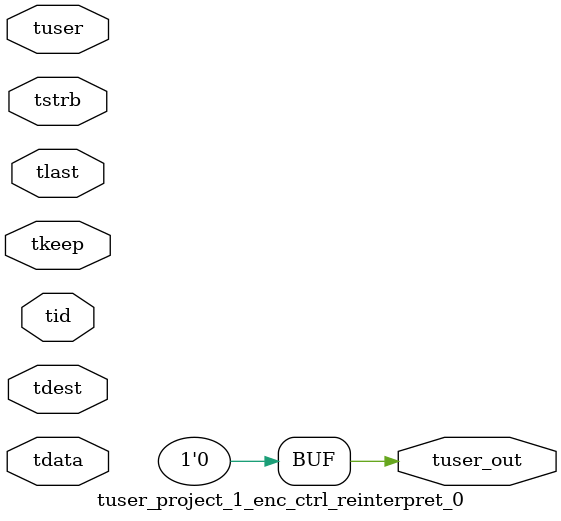
<source format=v>


`timescale 1ps/1ps

module tuser_project_1_enc_ctrl_reinterpret_0 #
(
parameter C_S_AXIS_TUSER_WIDTH = 1,
parameter C_S_AXIS_TDATA_WIDTH = 32,
parameter C_S_AXIS_TID_WIDTH   = 0,
parameter C_S_AXIS_TDEST_WIDTH = 0,
parameter C_M_AXIS_TUSER_WIDTH = 1
)
(
input  [(C_S_AXIS_TUSER_WIDTH == 0 ? 1 : C_S_AXIS_TUSER_WIDTH)-1:0     ] tuser,
input  [(C_S_AXIS_TDATA_WIDTH == 0 ? 1 : C_S_AXIS_TDATA_WIDTH)-1:0     ] tdata,
input  [(C_S_AXIS_TID_WIDTH   == 0 ? 1 : C_S_AXIS_TID_WIDTH)-1:0       ] tid,
input  [(C_S_AXIS_TDEST_WIDTH == 0 ? 1 : C_S_AXIS_TDEST_WIDTH)-1:0     ] tdest,
input  [(C_S_AXIS_TDATA_WIDTH/8)-1:0 ] tkeep,
input  [(C_S_AXIS_TDATA_WIDTH/8)-1:0 ] tstrb,
input                                                                    tlast,
output [C_M_AXIS_TUSER_WIDTH-1:0] tuser_out
);

assign tuser_out = {1'b0};

endmodule


</source>
